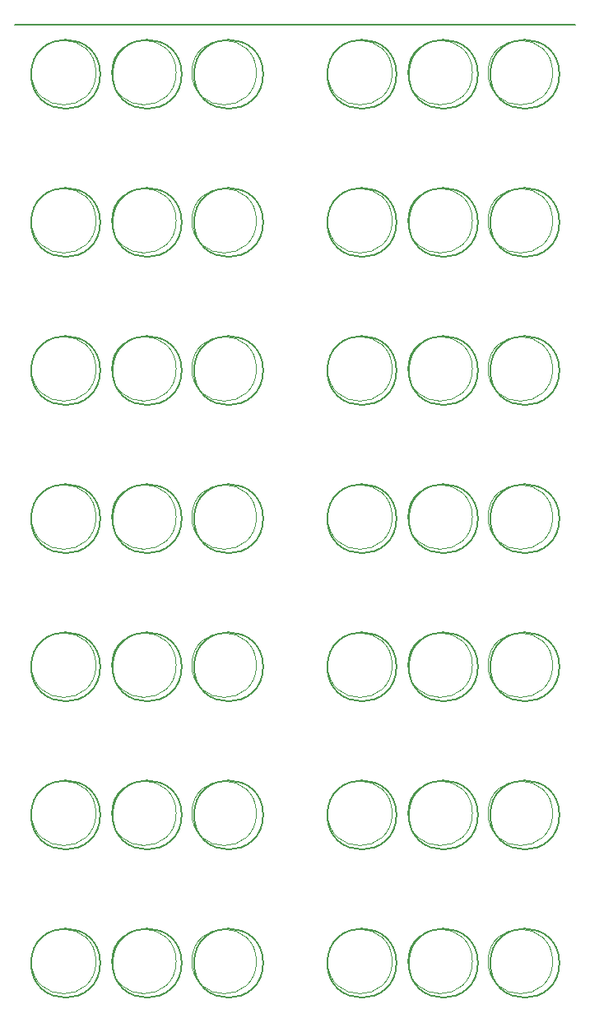
<source format=gbr>
G04 #@! TF.GenerationSoftware,KiCad,Pcbnew,(5.1.5)-3*
G04 #@! TF.CreationDate,2020-03-07T08:42:07-06:00*
G04 #@! TF.ProjectId,DSKY_alarm,44534b59-5f61-46c6-9172-6d2e6b696361,4*
G04 #@! TF.SameCoordinates,Original*
G04 #@! TF.FileFunction,Legend,Bot*
G04 #@! TF.FilePolarity,Positive*
%FSLAX46Y46*%
G04 Gerber Fmt 4.6, Leading zero omitted, Abs format (unit mm)*
G04 Created by KiCad (PCBNEW (5.1.5)-3) date 2020-03-07 08:42:07*
%MOMM*%
%LPD*%
G04 APERTURE LIST*
%ADD10C,0.200000*%
%ADD11C,0.120000*%
G04 APERTURE END LIST*
D10*
X89495758Y-144949841D02*
G75*
G03X89495758Y-144949841I-3556000J0D01*
G01*
X97877758Y-144949841D02*
G75*
G03X97877758Y-144949841I-3556000J0D01*
G01*
X106259758Y-144949841D02*
G75*
G03X106259758Y-144949841I-3556000J0D01*
G01*
X89495758Y-129709841D02*
G75*
G03X89495758Y-129709841I-3556000J0D01*
G01*
X97877758Y-129709841D02*
G75*
G03X97877758Y-129709841I-3556000J0D01*
G01*
X106259758Y-129709841D02*
G75*
G03X106259758Y-129709841I-3556000J0D01*
G01*
X89495758Y-114469841D02*
G75*
G03X89495758Y-114469841I-3556000J0D01*
G01*
X97877758Y-114469841D02*
G75*
G03X97877758Y-114469841I-3556000J0D01*
G01*
X106259758Y-114469841D02*
G75*
G03X106259758Y-114469841I-3556000J0D01*
G01*
X89495758Y-99229841D02*
G75*
G03X89495758Y-99229841I-3556000J0D01*
G01*
X97877758Y-99229841D02*
G75*
G03X97877758Y-99229841I-3556000J0D01*
G01*
X106259758Y-99229841D02*
G75*
G03X106259758Y-99229841I-3556000J0D01*
G01*
X89495758Y-83989841D02*
G75*
G03X89495758Y-83989841I-3556000J0D01*
G01*
X97877758Y-83989841D02*
G75*
G03X97877758Y-83989841I-3556000J0D01*
G01*
X106259758Y-83989841D02*
G75*
G03X106259758Y-83989841I-3556000J0D01*
G01*
X89495758Y-68749841D02*
G75*
G03X89495758Y-68749841I-3556000J0D01*
G01*
X97877758Y-68749841D02*
G75*
G03X97877758Y-68749841I-3556000J0D01*
G01*
X106259758Y-68749841D02*
G75*
G03X106259758Y-68749841I-3556000J0D01*
G01*
X89495758Y-53509841D02*
G75*
G03X89495758Y-53509841I-3556000J0D01*
G01*
X97877758Y-53509841D02*
G75*
G03X97877758Y-53509841I-3556000J0D01*
G01*
X119975758Y-144949841D02*
G75*
G03X119975758Y-144949841I-3556000J0D01*
G01*
X128357758Y-144949841D02*
G75*
G03X128357758Y-144949841I-3556000J0D01*
G01*
X136739758Y-144949841D02*
G75*
G03X136739758Y-144949841I-3556000J0D01*
G01*
X119975758Y-129709841D02*
G75*
G03X119975758Y-129709841I-3556000J0D01*
G01*
X128357758Y-129709841D02*
G75*
G03X128357758Y-129709841I-3556000J0D01*
G01*
X136739758Y-129709841D02*
G75*
G03X136739758Y-129709841I-3556000J0D01*
G01*
X119975758Y-114469841D02*
G75*
G03X119975758Y-114469841I-3556000J0D01*
G01*
X128357758Y-114469841D02*
G75*
G03X128357758Y-114469841I-3556000J0D01*
G01*
X136739758Y-114469841D02*
G75*
G03X136739758Y-114469841I-3556000J0D01*
G01*
X119975758Y-99229841D02*
G75*
G03X119975758Y-99229841I-3556000J0D01*
G01*
X128357758Y-99229841D02*
G75*
G03X128357758Y-99229841I-3556000J0D01*
G01*
X136739758Y-99229841D02*
G75*
G03X136739758Y-99229841I-3556000J0D01*
G01*
X119975758Y-83989841D02*
G75*
G03X119975758Y-83989841I-3556000J0D01*
G01*
X128357758Y-83989841D02*
G75*
G03X128357758Y-83989841I-3556000J0D01*
G01*
X136739758Y-83989841D02*
G75*
G03X136739758Y-83989841I-3556000J0D01*
G01*
X119975758Y-68749841D02*
G75*
G03X119975758Y-68749841I-3556000J0D01*
G01*
X128357758Y-68749841D02*
G75*
G03X128357758Y-68749841I-3556000J0D01*
G01*
X136739758Y-68749841D02*
G75*
G03X136739758Y-68749841I-3556000J0D01*
G01*
X119975758Y-53509841D02*
G75*
G03X119975758Y-53509841I-3556000J0D01*
G01*
X128357758Y-53509841D02*
G75*
G03X128357758Y-53509841I-3556000J0D01*
G01*
X80732758Y-48429841D02*
X138390758Y-48429841D01*
X106259758Y-53509841D02*
G75*
G03X106259758Y-53509841I-3556000J0D01*
G01*
X136739758Y-53509841D02*
G75*
G03X136739758Y-53509841I-3556000J0D01*
G01*
D11*
X89060000Y-144780000D02*
G75*
G03X89060000Y-144780000I-3320000J0D01*
G01*
X97315000Y-144780000D02*
G75*
G03X97315000Y-144780000I-3320000J0D01*
G01*
X105570000Y-144780000D02*
G75*
G03X105570000Y-144780000I-3320000J0D01*
G01*
X89060000Y-129540000D02*
G75*
G03X89060000Y-129540000I-3320000J0D01*
G01*
X97315000Y-129540000D02*
G75*
G03X97315000Y-129540000I-3320000J0D01*
G01*
X105570000Y-129540000D02*
G75*
G03X105570000Y-129540000I-3320000J0D01*
G01*
X89060000Y-114300000D02*
G75*
G03X89060000Y-114300000I-3320000J0D01*
G01*
X97315000Y-114300000D02*
G75*
G03X97315000Y-114300000I-3320000J0D01*
G01*
X105570000Y-114300000D02*
G75*
G03X105570000Y-114300000I-3320000J0D01*
G01*
X89060000Y-99060000D02*
G75*
G03X89060000Y-99060000I-3320000J0D01*
G01*
X97315000Y-99060000D02*
G75*
G03X97315000Y-99060000I-3320000J0D01*
G01*
X105570000Y-99060000D02*
G75*
G03X105570000Y-99060000I-3320000J0D01*
G01*
X89060000Y-83820000D02*
G75*
G03X89060000Y-83820000I-3320000J0D01*
G01*
X97315000Y-83820000D02*
G75*
G03X97315000Y-83820000I-3320000J0D01*
G01*
X105570000Y-83820000D02*
G75*
G03X105570000Y-83820000I-3320000J0D01*
G01*
X89060000Y-68580000D02*
G75*
G03X89060000Y-68580000I-3320000J0D01*
G01*
X97315000Y-68580000D02*
G75*
G03X97315000Y-68580000I-3320000J0D01*
G01*
X105570000Y-68580000D02*
G75*
G03X105570000Y-68580000I-3320000J0D01*
G01*
X119540000Y-144780000D02*
G75*
G03X119540000Y-144780000I-3320000J0D01*
G01*
X127795000Y-144780000D02*
G75*
G03X127795000Y-144780000I-3320000J0D01*
G01*
X136050000Y-144780000D02*
G75*
G03X136050000Y-144780000I-3320000J0D01*
G01*
X119540000Y-129540000D02*
G75*
G03X119540000Y-129540000I-3320000J0D01*
G01*
X127795000Y-129540000D02*
G75*
G03X127795000Y-129540000I-3320000J0D01*
G01*
X136050000Y-129540000D02*
G75*
G03X136050000Y-129540000I-3320000J0D01*
G01*
X119540000Y-114300000D02*
G75*
G03X119540000Y-114300000I-3320000J0D01*
G01*
X127795000Y-114300000D02*
G75*
G03X127795000Y-114300000I-3320000J0D01*
G01*
X136050000Y-114300000D02*
G75*
G03X136050000Y-114300000I-3320000J0D01*
G01*
X119540000Y-99060000D02*
G75*
G03X119540000Y-99060000I-3320000J0D01*
G01*
X127795000Y-99060000D02*
G75*
G03X127795000Y-99060000I-3320000J0D01*
G01*
X136050000Y-99060000D02*
G75*
G03X136050000Y-99060000I-3320000J0D01*
G01*
X119540000Y-83820000D02*
G75*
G03X119540000Y-83820000I-3320000J0D01*
G01*
X127795000Y-83820000D02*
G75*
G03X127795000Y-83820000I-3320000J0D01*
G01*
X136050000Y-83820000D02*
G75*
G03X136050000Y-83820000I-3320000J0D01*
G01*
X119540000Y-68580000D02*
G75*
G03X119540000Y-68580000I-3320000J0D01*
G01*
X127795000Y-68580000D02*
G75*
G03X127795000Y-68580000I-3320000J0D01*
G01*
X136050000Y-68580000D02*
G75*
G03X136050000Y-68580000I-3320000J0D01*
G01*
X89060000Y-53340000D02*
G75*
G03X89060000Y-53340000I-3320000J0D01*
G01*
X97315000Y-53340000D02*
G75*
G03X97315000Y-53340000I-3320000J0D01*
G01*
X105570000Y-53340000D02*
G75*
G03X105570000Y-53340000I-3320000J0D01*
G01*
X119540000Y-53340000D02*
G75*
G03X119540000Y-53340000I-3320000J0D01*
G01*
X127795000Y-53340000D02*
G75*
G03X127795000Y-53340000I-3320000J0D01*
G01*
X136050000Y-53340000D02*
G75*
G03X136050000Y-53340000I-3320000J0D01*
G01*
M02*

</source>
